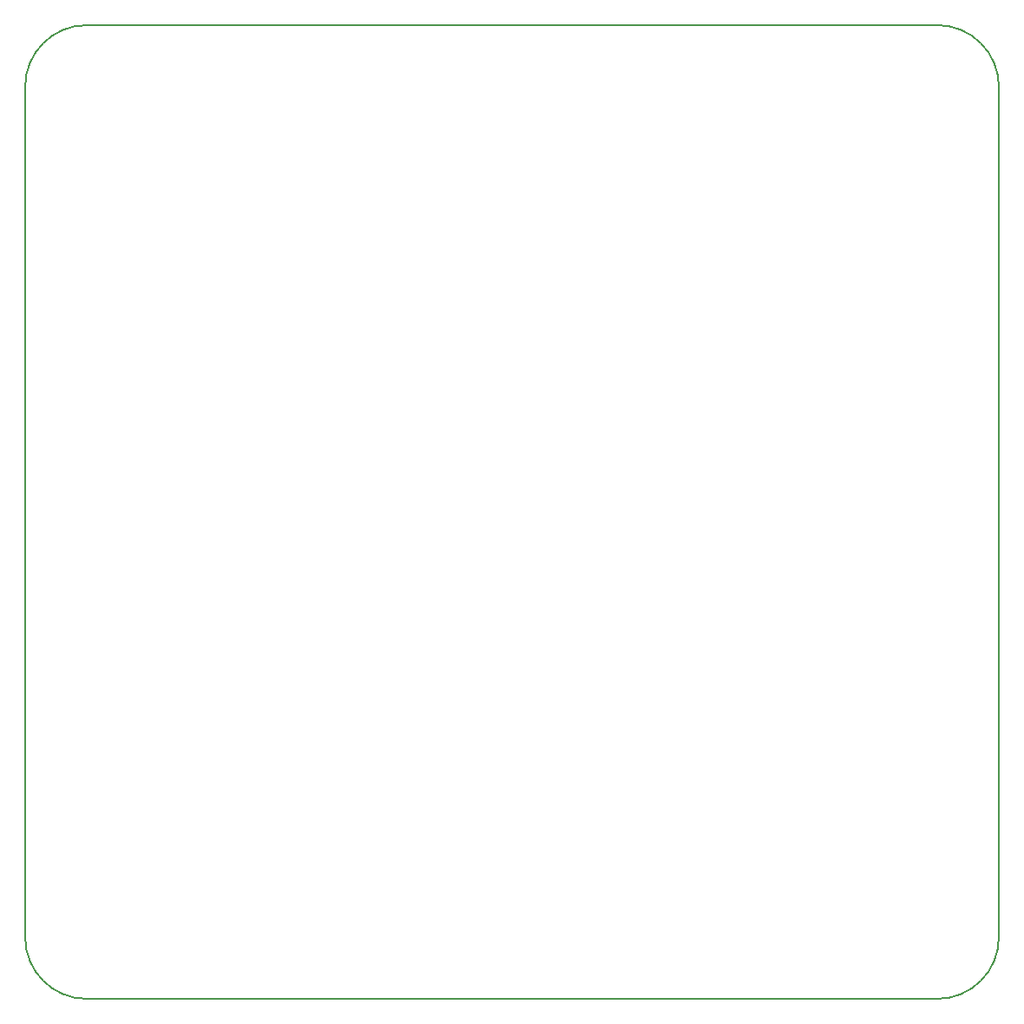
<source format=gm1>
G04 #@! TF.GenerationSoftware,KiCad,Pcbnew,(7.0.0)*
G04 #@! TF.CreationDate,2023-02-28T15:00:45-05:00*
G04 #@! TF.ProjectId,SIMPLE-6502,53494d50-4c45-42d3-9635-30322e6b6963,2*
G04 #@! TF.SameCoordinates,Original*
G04 #@! TF.FileFunction,Profile,NP*
%FSLAX46Y46*%
G04 Gerber Fmt 4.6, Leading zero omitted, Abs format (unit mm)*
G04 Created by KiCad (PCBNEW (7.0.0)) date 2023-02-28 15:00:45*
%MOMM*%
%LPD*%
G01*
G04 APERTURE LIST*
G04 #@! TA.AperFunction,Profile*
%ADD10C,0.150000*%
G04 #@! TD*
G04 APERTURE END LIST*
D10*
X177976859Y-145699959D02*
G75*
G03*
X183976859Y-139700000I41J5999959D01*
G01*
X177976859Y-145700000D02*
X94976859Y-145700000D01*
X94976859Y-50699959D02*
G75*
G03*
X88976859Y-56700000I41J-6000041D01*
G01*
X88976859Y-139700000D02*
X88976859Y-56700000D01*
X183976900Y-56700000D02*
G75*
G03*
X177976859Y-50700000I-6000000J0D01*
G01*
X183976859Y-56700000D02*
X183976859Y-139700000D01*
X88976900Y-139700000D02*
G75*
G03*
X94976859Y-145700000I6000000J0D01*
G01*
X94976859Y-50700000D02*
X177976859Y-50700000D01*
M02*

</source>
